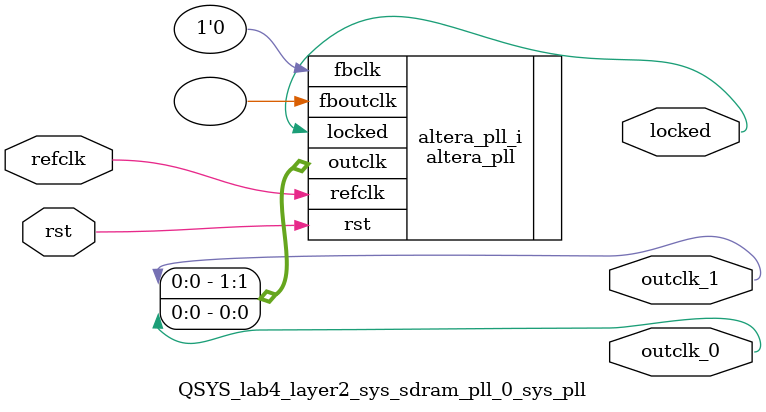
<source format=v>
`timescale 1ns/10ps
module  QSYS_lab4_layer2_sys_sdram_pll_0_sys_pll(

	// interface 'refclk'
	input wire refclk,

	// interface 'reset'
	input wire rst,

	// interface 'outclk0'
	output wire outclk_0,

	// interface 'outclk1'
	output wire outclk_1,

	// interface 'locked'
	output wire locked
);

	altera_pll #(
		.fractional_vco_multiplier("false"),
		.reference_clock_frequency("50.0 MHz"),
		.operation_mode("direct"),
		.number_of_clocks(2),
		.output_clock_frequency0("50.000000 MHz"),
		.phase_shift0("0 ps"),
		.duty_cycle0(50),
		.output_clock_frequency1("50.000000 MHz"),
		.phase_shift1("-3000 ps"),
		.duty_cycle1(50),
		.output_clock_frequency2("0 MHz"),
		.phase_shift2("0 ps"),
		.duty_cycle2(50),
		.output_clock_frequency3("0 MHz"),
		.phase_shift3("0 ps"),
		.duty_cycle3(50),
		.output_clock_frequency4("0 MHz"),
		.phase_shift4("0 ps"),
		.duty_cycle4(50),
		.output_clock_frequency5("0 MHz"),
		.phase_shift5("0 ps"),
		.duty_cycle5(50),
		.output_clock_frequency6("0 MHz"),
		.phase_shift6("0 ps"),
		.duty_cycle6(50),
		.output_clock_frequency7("0 MHz"),
		.phase_shift7("0 ps"),
		.duty_cycle7(50),
		.output_clock_frequency8("0 MHz"),
		.phase_shift8("0 ps"),
		.duty_cycle8(50),
		.output_clock_frequency9("0 MHz"),
		.phase_shift9("0 ps"),
		.duty_cycle9(50),
		.output_clock_frequency10("0 MHz"),
		.phase_shift10("0 ps"),
		.duty_cycle10(50),
		.output_clock_frequency11("0 MHz"),
		.phase_shift11("0 ps"),
		.duty_cycle11(50),
		.output_clock_frequency12("0 MHz"),
		.phase_shift12("0 ps"),
		.duty_cycle12(50),
		.output_clock_frequency13("0 MHz"),
		.phase_shift13("0 ps"),
		.duty_cycle13(50),
		.output_clock_frequency14("0 MHz"),
		.phase_shift14("0 ps"),
		.duty_cycle14(50),
		.output_clock_frequency15("0 MHz"),
		.phase_shift15("0 ps"),
		.duty_cycle15(50),
		.output_clock_frequency16("0 MHz"),
		.phase_shift16("0 ps"),
		.duty_cycle16(50),
		.output_clock_frequency17("0 MHz"),
		.phase_shift17("0 ps"),
		.duty_cycle17(50),
		.pll_type("General"),
		.pll_subtype("General")
	) altera_pll_i (
		.rst	(rst),
		.outclk	({outclk_1, outclk_0}),
		.locked	(locked),
		.fboutclk	( ),
		.fbclk	(1'b0),
		.refclk	(refclk)
	);
endmodule


</source>
